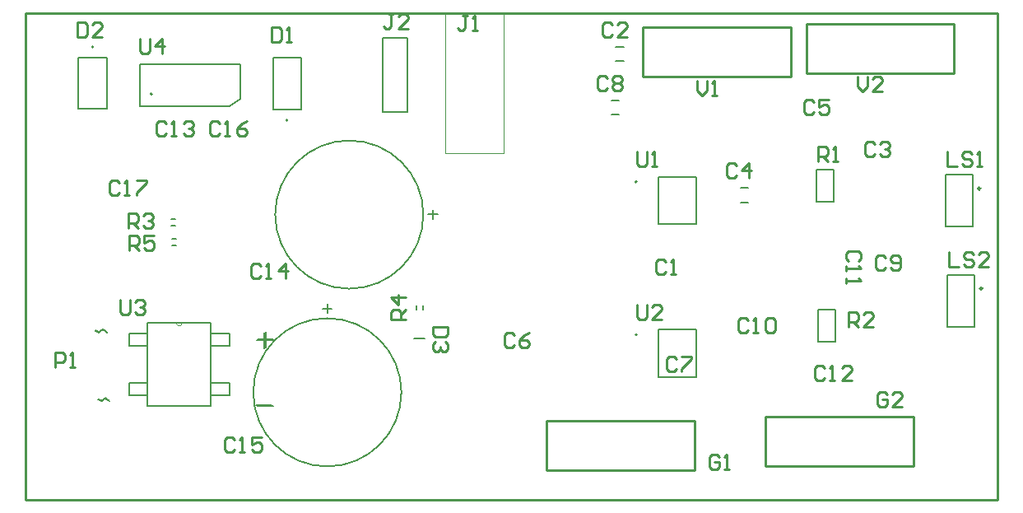
<source format=gto>
G04*
G04 #@! TF.GenerationSoftware,Altium Limited,Altium Designer,18.0.12 (696)*
G04*
G04 Layer_Color=65535*
%FSLAX43Y43*%
%MOMM*%
G71*
G01*
G75*
%ADD10C,0.200*%
%ADD11C,0.000*%
%ADD12C,0.250*%
%ADD13C,0.254*%
%ADD14C,0.127*%
%ADD15C,0.203*%
%ADD16C,0.152*%
%ADD17C,0.150*%
%ADD18C,0.198*%
D10*
X115062Y36424D02*
G03*
X115062Y36424I-7620J0D01*
G01*
X117320Y54700D02*
G03*
X117320Y54700I-7620J0D01*
G01*
X139301Y42354D02*
G03*
X139301Y42354I-100J0D01*
G01*
Y58054D02*
G03*
X139301Y58054I-100J0D01*
G01*
X103400Y64404D02*
G03*
X103400Y64404I-100J0D01*
G01*
X83400Y71946D02*
G03*
X83400Y71946I-100J0D01*
G01*
X89422Y67099D02*
G03*
X89422Y67099I-112J0D01*
G01*
X117292Y44949D02*
Y45349D01*
X116592Y44949D02*
Y45349D01*
X116392Y41923D02*
X117492D01*
X113106Y65278D02*
Y72898D01*
Y65278D02*
X115646D01*
Y72898D01*
X113106D02*
X115646D01*
X149943Y57468D02*
X150743D01*
X149943Y55968D02*
X150743D01*
X91367Y54274D02*
X91767D01*
X91367Y53574D02*
X91767D01*
X91494Y52191D02*
X91894D01*
X91494Y51491D02*
X91894D01*
X137116Y71972D02*
X137916D01*
X137116Y70472D02*
X137916D01*
X171051Y53449D02*
Y58789D01*
X173851Y53449D02*
Y58789D01*
X171051Y53449D02*
X173851D01*
X171051Y58789D02*
X173851D01*
X136658Y66460D02*
X137458D01*
X136658Y64960D02*
X137458D01*
X171251Y43149D02*
Y48489D01*
X174051Y43149D02*
Y48489D01*
X171251Y43149D02*
X174051D01*
X171251Y48489D02*
X174051D01*
D11*
X91895Y43567D02*
G03*
X92505Y43567I305J0D01*
G01*
X91895D02*
G03*
X92505Y43567I305J0D01*
G01*
X119606Y75509D02*
X125606D01*
X119606Y61009D02*
X125606D01*
Y75509D01*
X119606Y61009D02*
Y72809D01*
X119606Y71397D02*
Y75509D01*
D12*
X174626Y57389D02*
G03*
X174626Y57389I-125J0D01*
G01*
X174826Y47089D02*
G03*
X174826Y47089I-125J0D01*
G01*
D13*
X145212Y28397D02*
Y30937D01*
X129997Y28397D02*
Y30937D01*
Y28397D02*
X145212D01*
Y30937D02*
Y33477D01*
X129997D02*
X145212D01*
X129997Y30937D02*
Y33477D01*
X167742Y28804D02*
Y31344D01*
X152527Y28804D02*
Y31344D01*
Y28804D02*
X167742D01*
Y31344D02*
Y33884D01*
X152527D02*
X167742D01*
X152527Y31344D02*
Y33884D01*
X171933Y69266D02*
Y71806D01*
X156718Y69266D02*
Y71806D01*
Y69266D02*
X171933D01*
Y71806D02*
Y74346D01*
X156718D02*
X171933D01*
X156718Y71806D02*
Y74346D01*
X155118Y68885D02*
Y71425D01*
X139903Y68885D02*
Y71425D01*
Y68885D02*
X155118D01*
Y71425D02*
Y73965D01*
X139903D02*
X155118D01*
X139903Y71425D02*
Y73965D01*
X145491Y68427D02*
Y67411D01*
X145999Y66904D01*
X146507Y67411D01*
Y68427D01*
X147015Y66904D02*
X147523D01*
X147269D01*
Y68427D01*
X147015Y68173D01*
X115545Y43942D02*
X114021D01*
Y44704D01*
X114275Y44958D01*
X114783D01*
X115037Y44704D01*
Y43942D01*
Y44450D02*
X115545Y44958D01*
Y46227D02*
X114021D01*
X114783Y45466D01*
Y46481D01*
X119862Y43180D02*
X118339D01*
Y42418D01*
X118593Y42164D01*
X119608D01*
X119862Y42418D01*
Y43180D01*
X119608Y41656D02*
X119862Y41403D01*
Y40895D01*
X119608Y40641D01*
X119354D01*
X119100Y40895D01*
Y41149D01*
Y40895D01*
X118846Y40641D01*
X118593D01*
X118339Y40895D01*
Y41403D01*
X118593Y41656D01*
X143332Y39852D02*
X143078Y40106D01*
X142570D01*
X142316Y39852D01*
Y38837D01*
X142570Y38583D01*
X143078D01*
X143332Y38837D01*
X143840Y40106D02*
X144855D01*
Y39852D01*
X143840Y38837D01*
Y38583D01*
X142265Y49809D02*
X142011Y50063D01*
X141503D01*
X141249Y49809D01*
Y48793D01*
X141503Y48539D01*
X142011D01*
X142265Y48793D01*
X142773Y48539D02*
X143281D01*
X143027D01*
Y50063D01*
X142773Y49809D01*
X139260Y45452D02*
Y44183D01*
X139514Y43929D01*
X140022D01*
X140275Y44183D01*
Y45452D01*
X141799Y43929D02*
X140783D01*
X141799Y44945D01*
Y45199D01*
X141545Y45452D01*
X141037D01*
X140783Y45199D01*
X114274Y75285D02*
X113766D01*
X114020D01*
Y74016D01*
X113766Y73762D01*
X113513D01*
X113259Y74016D01*
X115798Y73762D02*
X114782D01*
X115798Y74777D01*
Y75031D01*
X115544Y75285D01*
X115036D01*
X114782Y75031D01*
X97891Y31546D02*
X97637Y31800D01*
X97130D01*
X96876Y31546D01*
Y30531D01*
X97130Y30277D01*
X97637D01*
X97891Y30531D01*
X98399Y30277D02*
X98907D01*
X98653D01*
Y31800D01*
X98399Y31546D01*
X100684Y31800D02*
X99669D01*
Y31039D01*
X100177Y31292D01*
X100430D01*
X100684Y31039D01*
Y30531D01*
X100430Y30277D01*
X99923D01*
X99669Y30531D01*
X139260Y61153D02*
Y59883D01*
X139514Y59629D01*
X140022D01*
X140275Y59883D01*
Y61153D01*
X140783Y59629D02*
X141291D01*
X141037D01*
Y61153D01*
X140783Y60899D01*
X100609Y49377D02*
X100355Y49631D01*
X99847D01*
X99593Y49377D01*
Y48362D01*
X99847Y48108D01*
X100355D01*
X100609Y48362D01*
X101117Y48108D02*
X101625D01*
X101371D01*
Y49631D01*
X101117Y49377D01*
X103148Y48108D02*
Y49631D01*
X102386Y48869D01*
X103402D01*
X86102Y45905D02*
Y44635D01*
X86356Y44381D01*
X86864D01*
X87118Y44635D01*
Y45905D01*
X87626Y45651D02*
X87879Y45905D01*
X88387D01*
X88641Y45651D01*
Y45397D01*
X88387Y45143D01*
X88133D01*
X88387D01*
X88641Y44889D01*
Y44635D01*
X88387Y44381D01*
X87879D01*
X87626Y44635D01*
X101739Y73971D02*
Y72447D01*
X102500D01*
X102754Y72701D01*
Y73717D01*
X102500Y73971D01*
X101739D01*
X103262Y72447D02*
X103770D01*
X103516D01*
Y73971D01*
X103262Y73717D01*
X81732Y74439D02*
Y72916D01*
X82494D01*
X82748Y73170D01*
Y74185D01*
X82494Y74439D01*
X81732D01*
X84272Y72916D02*
X83256D01*
X84272Y73931D01*
Y74185D01*
X84018Y74439D01*
X83510D01*
X83256Y74185D01*
X87094Y51041D02*
Y52565D01*
X87856D01*
X88110Y52311D01*
Y51803D01*
X87856Y51549D01*
X87094D01*
X87602D02*
X88110Y51041D01*
X89633Y52565D02*
X88618D01*
Y51803D01*
X89125Y52057D01*
X89379D01*
X89633Y51803D01*
Y51295D01*
X89379Y51041D01*
X88871D01*
X88618Y51295D01*
X88130Y72762D02*
Y71493D01*
X88384Y71239D01*
X88892D01*
X89146Y71493D01*
Y72762D01*
X90415Y71239D02*
Y72762D01*
X89654Y72001D01*
X90669D01*
X164998Y36169D02*
X164744Y36423D01*
X164236D01*
X163982Y36169D01*
Y35154D01*
X164236Y34900D01*
X164744D01*
X164998Y35154D01*
Y35661D01*
X164490D01*
X166522Y34900D02*
X165506D01*
X166522Y35915D01*
Y36169D01*
X166268Y36423D01*
X165760D01*
X165506Y36169D01*
X162001Y68910D02*
Y67894D01*
X162509Y67386D01*
X163017Y67894D01*
Y68910D01*
X164540Y67386D02*
X163525D01*
X164540Y68402D01*
Y68656D01*
X164286Y68910D01*
X163779D01*
X163525Y68656D01*
X147726Y29743D02*
X147472Y29997D01*
X146964D01*
X146710Y29743D01*
Y28727D01*
X146964Y28473D01*
X147472D01*
X147726Y28727D01*
Y29235D01*
X147218D01*
X148234Y28473D02*
X148742D01*
X148488D01*
Y29997D01*
X148234Y29743D01*
X87017Y53324D02*
Y54848D01*
X87779D01*
X88033Y54594D01*
Y54086D01*
X87779Y53832D01*
X87017D01*
X87525D02*
X88033Y53324D01*
X88541Y54594D02*
X88794Y54848D01*
X89302D01*
X89556Y54594D01*
Y54340D01*
X89302Y54086D01*
X89048D01*
X89302D01*
X89556Y53832D01*
Y53578D01*
X89302Y53324D01*
X88794D01*
X88541Y53578D01*
X161036Y43180D02*
Y44704D01*
X161798D01*
X162052Y44450D01*
Y43942D01*
X161798Y43688D01*
X161036D01*
X161544D02*
X162052Y43180D01*
X163575D02*
X162560D01*
X163575Y44196D01*
Y44450D01*
X163321Y44704D01*
X162813D01*
X162560Y44450D01*
X157912Y60173D02*
Y61696D01*
X158674D01*
X158927Y61442D01*
Y60934D01*
X158674Y60680D01*
X157912D01*
X158420D02*
X158927Y60173D01*
X159435D02*
X159943D01*
X159689D01*
Y61696D01*
X159435Y61442D01*
X79436Y38999D02*
Y40523D01*
X80198D01*
X80452Y40269D01*
Y39761D01*
X80198Y39507D01*
X79436D01*
X80960Y38999D02*
X81468D01*
X81214D01*
Y40523D01*
X80960Y40269D01*
X171413Y50886D02*
Y49362D01*
X172429D01*
X173953Y50632D02*
X173699Y50886D01*
X173191D01*
X172937Y50632D01*
Y50378D01*
X173191Y50124D01*
X173699D01*
X173953Y49870D01*
Y49616D01*
X173699Y49362D01*
X173191D01*
X172937Y49616D01*
X175476Y49362D02*
X174460D01*
X175476Y50378D01*
Y50632D01*
X175222Y50886D01*
X174714D01*
X174460Y50632D01*
X171196Y61171D02*
Y59647D01*
X172212D01*
X173735Y60917D02*
X173481Y61171D01*
X172973D01*
X172720Y60917D01*
Y60663D01*
X172973Y60409D01*
X173481D01*
X173735Y60155D01*
Y59901D01*
X173481Y59647D01*
X172973D01*
X172720Y59901D01*
X174243Y59647D02*
X174751D01*
X174497D01*
Y61171D01*
X174243Y60917D01*
X121894Y75168D02*
X121386D01*
X121640D01*
Y73898D01*
X121386Y73644D01*
X121132D01*
X120879Y73898D01*
X122402Y73644D02*
X122910D01*
X122656D01*
Y75168D01*
X122402Y74914D01*
X96353Y64033D02*
X96099Y64287D01*
X95591D01*
X95337Y64033D01*
Y63017D01*
X95591Y62763D01*
X96099D01*
X96353Y63017D01*
X96861Y62763D02*
X97369D01*
X97115D01*
Y64287D01*
X96861Y64033D01*
X99146Y64287D02*
X98638Y64033D01*
X98130Y63525D01*
Y63017D01*
X98384Y62763D01*
X98892D01*
X99146Y63017D01*
Y63271D01*
X98892Y63525D01*
X98130D01*
X158616Y38877D02*
X158362Y39131D01*
X157854D01*
X157600Y38877D01*
Y37862D01*
X157854Y37608D01*
X158362D01*
X158616Y37862D01*
X159124Y37608D02*
X159632D01*
X159378D01*
Y39131D01*
X159124Y38877D01*
X161409Y37608D02*
X160393D01*
X161409Y38623D01*
Y38877D01*
X161155Y39131D01*
X160647D01*
X160393Y38877D01*
X162069Y49902D02*
X162323Y50155D01*
Y50663D01*
X162069Y50917D01*
X161053D01*
X160799Y50663D01*
Y50155D01*
X161053Y49902D01*
X160799Y49394D02*
Y48886D01*
Y49140D01*
X162323D01*
X162069Y49394D01*
X160799Y48124D02*
Y47616D01*
Y47870D01*
X162323D01*
X162069Y48124D01*
X150749Y43815D02*
X150495Y44069D01*
X149987D01*
X149733Y43815D01*
Y42799D01*
X149987Y42545D01*
X150495D01*
X150749Y42799D01*
X151257Y42545D02*
X151764D01*
X151510D01*
Y44069D01*
X151257Y43815D01*
X152526D02*
X152780Y44069D01*
X153288D01*
X153542Y43815D01*
Y42799D01*
X153288Y42545D01*
X152780D01*
X152526Y42799D01*
Y43815D01*
X164871Y50241D02*
X164617Y50495D01*
X164109D01*
X163855Y50241D01*
Y49225D01*
X164109Y48971D01*
X164617D01*
X164871Y49225D01*
X165379D02*
X165633Y48971D01*
X166141D01*
X166395Y49225D01*
Y50241D01*
X166141Y50495D01*
X165633D01*
X165379Y50241D01*
Y49987D01*
X165633Y49733D01*
X166395D01*
X136271Y68732D02*
X136017Y68986D01*
X135509D01*
X135255Y68732D01*
Y67716D01*
X135509Y67462D01*
X136017D01*
X136271Y67716D01*
X136779Y68732D02*
X137032Y68986D01*
X137540D01*
X137794Y68732D01*
Y68478D01*
X137540Y68224D01*
X137794Y67970D01*
Y67716D01*
X137540Y67462D01*
X137032D01*
X136779Y67716D01*
Y67970D01*
X137032Y68224D01*
X136779Y68478D01*
Y68732D01*
X137032Y68224D02*
X137540D01*
X126669Y42316D02*
X126416Y42570D01*
X125908D01*
X125654Y42316D01*
Y41300D01*
X125908Y41046D01*
X126416D01*
X126669Y41300D01*
X128193Y42570D02*
X127685Y42316D01*
X127177Y41808D01*
Y41300D01*
X127431Y41046D01*
X127939D01*
X128193Y41300D01*
Y41554D01*
X127939Y41808D01*
X127177D01*
X157530Y66294D02*
X157277Y66548D01*
X156769D01*
X156515Y66294D01*
Y65278D01*
X156769Y65024D01*
X157277D01*
X157530Y65278D01*
X159054Y66548D02*
X158038D01*
Y65786D01*
X158546Y66040D01*
X158800D01*
X159054Y65786D01*
Y65278D01*
X158800Y65024D01*
X158292D01*
X158038Y65278D01*
X149555Y59740D02*
X149301Y59994D01*
X148793D01*
X148539Y59740D01*
Y58725D01*
X148793Y58471D01*
X149301D01*
X149555Y58725D01*
X150824Y58471D02*
Y59994D01*
X150063Y59233D01*
X151078D01*
X90906Y64058D02*
X90652Y64312D01*
X90145D01*
X89891Y64058D01*
Y63043D01*
X90145Y62789D01*
X90652D01*
X90906Y63043D01*
X91414Y62789D02*
X91922D01*
X91668D01*
Y64312D01*
X91414Y64058D01*
X92684D02*
X92938Y64312D01*
X93445D01*
X93699Y64058D01*
Y63804D01*
X93445Y63551D01*
X93192D01*
X93445D01*
X93699Y63297D01*
Y63043D01*
X93445Y62789D01*
X92938D01*
X92684Y63043D01*
X86014Y58004D02*
X85760Y58258D01*
X85252D01*
X84998Y58004D01*
Y56988D01*
X85252Y56734D01*
X85760D01*
X86014Y56988D01*
X86521Y56734D02*
X87029D01*
X86775D01*
Y58258D01*
X86521Y58004D01*
X87791Y58258D02*
X88807D01*
Y58004D01*
X87791Y56988D01*
Y56734D01*
X163753Y61950D02*
X163500Y62204D01*
X162992D01*
X162738Y61950D01*
Y60935D01*
X162992Y60681D01*
X163500D01*
X163753Y60935D01*
X164261Y61950D02*
X164515Y62204D01*
X165023D01*
X165277Y61950D01*
Y61696D01*
X165023Y61442D01*
X164769D01*
X165023D01*
X165277Y61188D01*
Y60935D01*
X165023Y60681D01*
X164515D01*
X164261Y60935D01*
X136728Y74244D02*
X136474Y74498D01*
X135966D01*
X135712Y74244D01*
Y73228D01*
X135966Y72974D01*
X136474D01*
X136728Y73228D01*
X138251Y72974D02*
X137236D01*
X138251Y73990D01*
Y74244D01*
X137997Y74498D01*
X137490D01*
X137236Y74244D01*
X76403Y25400D02*
X176403D01*
Y75413D01*
X76403D02*
X176403D01*
X76403Y25400D02*
Y75413D01*
D14*
X141501Y42899D02*
X145401D01*
X141501Y37999D02*
X145401D01*
X141501Y53699D02*
X145401D01*
X141501Y58599D02*
X145401D01*
X101850Y65500D02*
X102200D01*
X101850D02*
Y70800D01*
X102200D01*
X104400Y65500D02*
X104750D01*
Y70800D01*
X104400D02*
X104750D01*
X84400Y70850D02*
X84750D01*
Y65550D02*
Y70850D01*
X84400Y65550D02*
X84750D01*
X81850Y70850D02*
X82200D01*
X81850Y65550D02*
Y70850D01*
Y65550D02*
X82200D01*
X141501Y37999D02*
Y42899D01*
X145401Y37999D02*
Y42899D01*
X141501D02*
X145401D01*
X141501Y37999D02*
X145401D01*
X141501Y53699D02*
X145401D01*
X141501Y58599D02*
X145401D01*
Y53699D02*
Y58599D01*
X141501Y53699D02*
Y58599D01*
X101850Y65500D02*
X104750D01*
X101850D02*
Y70800D01*
X104750D01*
Y65500D02*
Y70800D01*
X81850Y70850D02*
X84750D01*
Y65550D02*
Y70850D01*
X81850Y65550D02*
X84750D01*
X81850D02*
Y70850D01*
D15*
X157759Y59309D02*
X159537D01*
Y56007D02*
Y59309D01*
X157759Y56007D02*
X159537D01*
X157759D02*
Y59309D01*
X157963Y41656D02*
Y44958D01*
Y41656D02*
X159741D01*
Y44958D01*
X157963D02*
X159741D01*
D16*
X88949Y35033D02*
X95451D01*
X88949D02*
Y35795D01*
Y43567D02*
X91895D01*
X92505D01*
X95451D01*
Y42805D02*
Y43567D01*
Y35033D02*
Y35795D01*
X88949Y42805D02*
Y43567D01*
X88153Y65849D02*
Y70199D01*
X98460D01*
Y66567D02*
Y70199D01*
X97399Y65849D02*
X98460Y66567D01*
X88153Y65849D02*
X97399D01*
X95451Y41230D02*
Y42450D01*
X97356D01*
Y41230D02*
Y42450D01*
X95451Y41230D02*
X97356D01*
X95451Y36150D02*
Y37370D01*
X97356D01*
Y36150D02*
Y37370D01*
X95451Y36150D02*
X97356D01*
X88949D02*
Y37370D01*
X87044Y36150D02*
X88949D01*
X87044D02*
Y37370D01*
X88949D01*
Y41230D02*
Y42450D01*
X87044Y41230D02*
X88949D01*
X87044D02*
Y42450D01*
X88949D01*
Y35033D02*
X95451D01*
X88949D02*
Y43567D01*
X91895D01*
X92505D01*
X95451D01*
Y35033D02*
Y43567D01*
D17*
X107429Y44556D02*
Y45555D01*
X106929Y45055D02*
X107929D01*
X117832Y54713D02*
X118832D01*
X118332Y55213D02*
Y54213D01*
D18*
X85003Y35558D02*
X84557Y35825D01*
X84200Y35558D01*
X83843Y35736D01*
X84766Y42588D02*
X84319Y42855D01*
X83962Y42588D01*
X83605Y42766D01*
X101724Y35142D02*
X100117D01*
X101096Y42658D02*
Y41051D01*
X101899Y41854D02*
X100293D01*
X85061Y35564D02*
X84614Y35832D01*
X84257Y35564D01*
X83900Y35742D01*
X84764Y42657D02*
X84318Y42925D01*
X83961Y42657D01*
X83604Y42836D01*
X101865Y35038D02*
X100259D01*
X100989Y42569D02*
Y40962D01*
X101793Y41765D02*
X100186D01*
M02*

</source>
